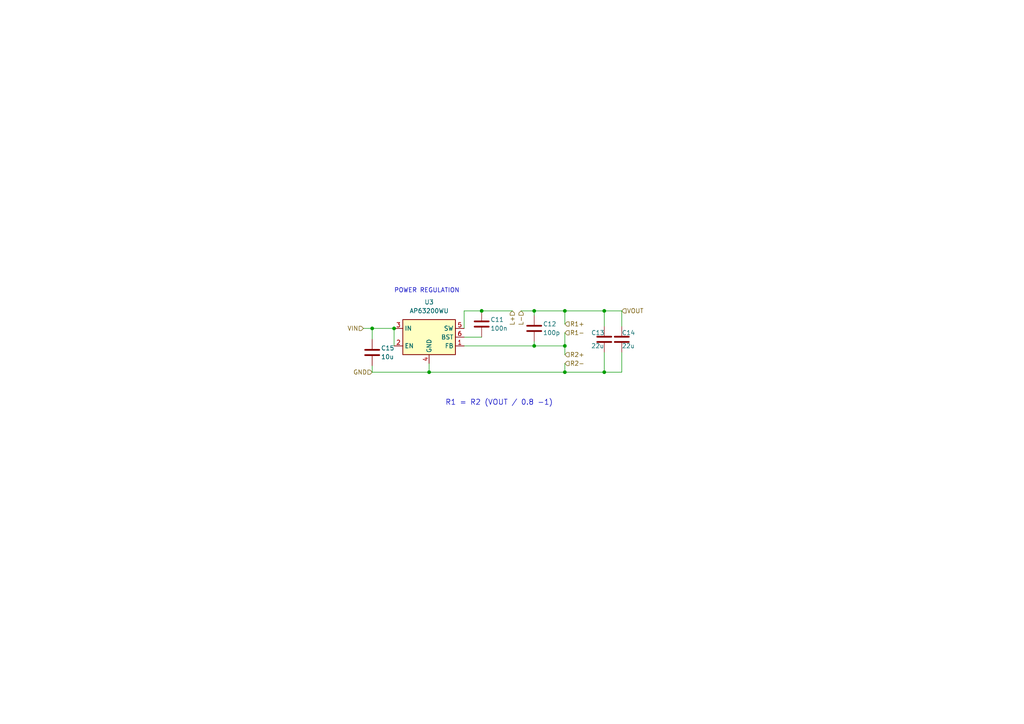
<source format=kicad_sch>
(kicad_sch (version 20231120) (generator "eeschema") (generator_version "8.0")
  (paper "A4")
  (lib_symbols
    (symbol "Device:C" (pin_numbers hide) (pin_names (offset 0.254))
      (property "Reference" "C" (at 0.635 2.54 0))
      (property "Value" "C" (at 0.635 -2.54 0))
      (symbol "C_0_1"
        (polyline (pts (xy -2.032 -0.762) (xy 2.032 -0.762)) (stroke (width 0.508)))
        (polyline (pts (xy -2.032 0.762) (xy 2.032 0.762)) (stroke (width 0.508)))
      )
      (symbol "C_1_1"
        (pin passive line (at 0 3.81 270) (length 2.794) (name "~") (number "1"))
        (pin passive line (at 0 -3.81 90) (length 2.794) (name "~") (number "2"))
      )
    )
    (symbol "Regulator_Switching:AP63203WU"
      (property "Reference" "U" (at -7.62 6.35 0))
      (property "Value" "AP63203WU" (at 2.54 6.35 0))
      (symbol "AP63203WU_0_1"
        (rectangle (start -7.62 5.08) (end 7.62 -5.08) (stroke (width 0.254)) (fill (type background)))
      )
      (symbol "AP63203WU_1_1"
        (pin input line (at 10.16 -2.54 180) (length 2.54) (name "FB") (number "1"))
        (pin input line (at -10.16 -2.54 0) (length 2.54) (name "EN") (number "2"))
        (pin power_in line (at -10.16 2.54 0) (length 2.54) (name "IN") (number "3"))
        (pin power_in line (at 0 -7.62 90) (length 2.54) (name "GND") (number "4"))
        (pin output line (at 10.16 2.54 180) (length 2.54) (name "SW") (number "5"))
        (pin passive line (at 10.16 0 180) (length 2.54) (name "BST") (number "6"))
      )
    )
  )
  (junction (at 154.94 90.17))
  (junction (at 163.83 107.95))
  (junction (at 175.26 107.95))
  (junction (at 163.83 100.33))
  (junction (at 124.46 107.95))
  (junction (at 139.7 90.17))
  (junction (at 175.26 90.17))
  (junction (at 114.3 95.25))
  (junction (at 163.83 90.17))
  (junction (at 154.94 100.33))
  (junction (at 107.95 95.25))
  (wire (pts (xy 134.62 90.17) (xy 139.7 90.17)))
  (wire (pts (xy 139.7 90.17) (xy 148.59 90.17)))
  (wire (pts (xy 134.62 90.17) (xy 134.62 95.25)))
  (wire (pts (xy 107.95 107.95) (xy 124.46 107.95)))
  (wire (pts (xy 124.46 105.41) (xy 124.46 107.95)))
  (wire (pts (xy 154.94 90.17) (xy 154.94 91.44)))
  (wire (pts (xy 154.94 100.33) (xy 163.83 100.33)))
  (wire (pts (xy 134.62 100.33) (xy 154.94 100.33)))
  (wire (pts (xy 124.46 107.95) (xy 163.83 107.95)))
  (wire (pts (xy 105.41 95.25) (xy 107.95 95.25)))
  (wire (pts (xy 134.62 97.79) (xy 139.7 97.79)))
  (wire (pts (xy 175.26 90.17) (xy 180.34 90.17)))
  (wire (pts (xy 180.34 107.95) (xy 180.34 102.235)))
  (wire (pts (xy 107.95 106.045) (xy 107.95 107.95)))
  (wire (pts (xy 107.95 95.25) (xy 114.3 95.25)))
  (wire (pts (xy 163.83 100.33) (xy 163.83 102.87)))
  (wire (pts (xy 180.34 90.17) (xy 180.34 94.615)))
  (wire (pts (xy 163.83 90.17) (xy 175.26 90.17)))
  (wire (pts (xy 175.26 90.17) (xy 175.26 94.615)))
  (wire (pts (xy 163.83 105.41) (xy 163.83 107.95)))
  (wire (pts (xy 163.83 96.52) (xy 163.83 100.33)))
  (wire (pts (xy 163.83 90.17) (xy 163.83 93.98)))
  (wire (pts (xy 175.26 107.95) (xy 180.34 107.95)))
  (wire (pts (xy 154.94 90.17) (xy 163.83 90.17)))
  (wire (pts (xy 151.13 90.17) (xy 154.94 90.17)))
  (wire (pts (xy 114.3 95.25) (xy 114.3 100.33)))
  (wire (pts (xy 154.94 99.06) (xy 154.94 100.33)))
  (wire (pts (xy 107.95 98.425) (xy 107.95 95.25)))
  (wire (pts (xy 175.26 107.95) (xy 175.26 102.235)))
  (wire (pts (xy 163.83 107.95) (xy 175.26 107.95)))
  (text "R1 = R2 (VOUT / 0.8 -1)" (at 144.78 116.84 0) (effects (font (size 1.524 1.524))))
  (text "POWER REGULATION" (at 114.3 85.09 0) (effects (font (size 1.27 1.27)) (justify left bottom)))
  (hierarchical_label "R1+" (shape input) (at 163.83 93.98 0))
  (hierarchical_label "L+" (shape input) (at 148.59 90.17 270))
  (hierarchical_label "R2+" (shape input) (at 163.83 102.87 0))
  (hierarchical_label "R1-" (shape input) (at 163.83 96.52 0))
  (hierarchical_label "VIN" (shape input) (at 105.41 95.25 180))
  (hierarchical_label "L-" (shape input) (at 151.13 90.17 270))
  (hierarchical_label "GND" (shape input) (at 107.95 107.95 180))
  (hierarchical_label "R2-" (shape input) (at 163.83 105.41 0))
  (hierarchical_label "VOUT" (shape input) (at 180.34 90.17 0))
  (symbol (lib_id "Device:C") (at 175.26 98.425 0) (unit 1)
    (property "Reference" "C13" (at 171.45 96.52 0) (effects (justify left)))
    (property "Value" "22u" (at 171.45 100.33 0) (effects (justify left)))
    (property "Footprint" "Capacitor_SMD:C_0805_2012Metric_Pad1.18x1.45mm_HandSolder" (effects (hide yes)))
    (property "Voltage" "25" (effects (hide yes)))
    (property "Manufactorer" "Murata" (effects (hide yes)))
    (property "Part Number" "GRM21BR61E226ME44K" (effects (hide yes)))
    (property "Tolerance" "20%" (effects (hide yes)))
    (instances (project "aux_board" (path "" (reference "C13") (unit 1)) (path "" (reference "C4") (unit 1)) (path "" (reference "C8") (unit 1)) (path "" (reference "C18") (unit 1))))
  )
  (symbol (lib_id "Device:C") (at 180.34 98.425 0) (unit 1)
    (property "Reference" "C14" (at 180.34 96.52 0) (effects (justify left)))
    (property "Value" "22u" (at 180.34 100.33 0) (effects (justify left)))
    (property "Footprint" "Capacitor_SMD:C_0805_2012Metric_Pad1.18x1.45mm_HandSolder" (effects (hide yes)))
    (property "Voltage" "25" (effects (hide yes)))
    (property "Manufactorer" "Murata" (effects (hide yes)))
    (property "Part Number" "GRM21BR61E226ME44K" (effects (hide yes)))
    (property "Tolerance" "20%" (effects (hide yes)))
    (instances (project "aux_board" (path "" (reference "C14") (unit 1)) (path "" (reference "C5") (unit 1)) (path "" (reference "C9") (unit 1)) (path "" (reference "C19") (unit 1))))
  )
  (symbol (lib_id "Regulator_Switching:AP63203WU") (at 124.46 97.79 0) (unit 1)
    (property "Reference" "U3" (at 124.46 87.63 0))
    (property "Value" "AP63200WU" (at 124.46 90.17 0))
    (property "Footprint" "Package_TO_SOT_SMD:TSOT-23-6_HandSoldering" (effects (hide yes)))
    (property "Datasheet" "https://www.diodes.com/assets/Datasheets/AP63200-AP63201-AP63203-AP63205.pdf" (effects (hide yes)))
    (property "Manufactorer" "Diodes" (effects (hide yes)))
    (property "Part Number" "AP63200WU-7" (effects (hide yes)))
    (property "Amps" "2" (effects (hide yes)))
    (property "Voltage" "variable" (effects (hide yes)))
    (instances (project "aux_board" (path "" (reference "U3") (unit 1)) (path "" (reference "U1") (unit 1)) (path "" (reference "U2") (unit 1)) (path "" (reference "U4") (unit 1))))
  )
  (symbol (lib_id "Device:C") (at 107.95 102.235 0) (unit 1)
    (property "Reference" "C15" (at 110.49 100.965 0) (effects (justify left)))
    (property "Value" "10u" (at 110.49 103.505 0) (effects (justify left)))
    (property "Footprint" "Capacitor_SMD:C_0805_2012Metric_Pad1.18x1.45mm_HandSolder" (effects (hide yes)))
    (property "Voltage" "50" (effects (hide yes)))
    (property "Manufactorer" "Murata" (effects (hide yes)))
    (property "Part Number" "GRM21BR61H106KE43L" (effects (hide yes)))
    (property "Tolerance" "10%" (effects (hide yes)))
    (instances (project "aux_board" (path "" (reference "C15") (unit 1)) (path "" (reference "C3") (unit 1)) (path "" (reference "C10") (unit 1)) (path "" (reference "C20") (unit 1))))
  )
  (symbol (lib_id "Device:C") (at 154.94 95.25 0) (unit 1)
    (property "Reference" "C12" (at 157.48 93.98 0) (effects (justify left)))
    (property "Value" "100p" (at 157.48 96.52 0) (effects (justify left)))
    (property "Footprint" "Capacitor_SMD:C_0603_1608Metric_Pad1.08x0.95mm_HandSolder" (effects (hide yes)))
    (property "Voltage" "50" (effects (hide yes)))
    (property "Manufactorer" "Samsung" (effects (hide yes)))
    (property "Part Number" "CL10C101JB8NNNC" (effects (hide yes)))
    (property "Tolerance" "5%" (effects (hide yes)))
    (instances (project "aux_board" (path "" (reference "C12") (unit 1)) (path "" (reference "C2") (unit 1)) (path "" (reference "C7") (unit 1)) (path "" (reference "C17") (unit 1))))
  )
  (symbol (lib_id "Device:C") (at 139.7 93.98 0) (unit 1)
    (property "Reference" "C11" (at 142.24 92.71 0) (effects (justify left)))
    (property "Value" "100n" (at 142.24 95.25 0) (effects (justify left)))
    (property "Footprint" "Capacitor_SMD:C_0402_1005Metric_Pad0.74x0.62mm_HandSolder" (effects (hide yes)))
    (property "Voltage" "25" (effects (hide yes)))
    (property "Manufactorer" "Murata" (effects (hide yes)))
    (property "Part Number" "GRM155R61E104KA87D" (effects (hide yes)))
    (property "Tolerance" "10%" (effects (hide yes)))
    (instances (project "aux_board" (path "" (reference "C11") (unit 1)) (path "" (reference "C1") (unit 1)) (path "" (reference "C6") (unit 1)) (path "" (reference "C16") (unit 1))))
  )
)
</source>
